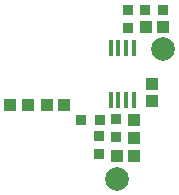
<source format=gtp>
G04*
G04 #@! TF.GenerationSoftware,Altium Limited,Altium Designer,18.1.11 (251)*
G04*
G04 Layer_Color=8421504*
%FSLAX25Y25*%
%MOIN*%
G70*
G01*
G75*
%ADD12R,0.01772X0.05709*%
%ADD13R,0.03543X0.03347*%
%ADD14R,0.04134X0.03937*%
%ADD15R,0.03347X0.03543*%
%ADD16R,0.03937X0.04134*%
%ADD17C,0.07874*%
D12*
X56004Y57972D02*
D03*
X53445D02*
D03*
X50886D02*
D03*
X48327D02*
D03*
X56004Y40650D02*
D03*
X53445D02*
D03*
X50886D02*
D03*
X48327D02*
D03*
D13*
X54134Y64468D02*
D03*
Y70571D02*
D03*
X44488Y28543D02*
D03*
Y22441D02*
D03*
X50197Y28150D02*
D03*
Y34252D02*
D03*
D14*
X14961Y39055D02*
D03*
X20866D02*
D03*
X56299Y21850D02*
D03*
X50394D02*
D03*
X65945Y64764D02*
D03*
X60039D02*
D03*
X26969Y39016D02*
D03*
X32874D02*
D03*
D15*
X44685Y34055D02*
D03*
X38583D02*
D03*
X65847Y70669D02*
D03*
X59744D02*
D03*
D16*
X62205Y46063D02*
D03*
Y40157D02*
D03*
X56102Y27953D02*
D03*
Y33858D02*
D03*
D17*
X50315Y14409D02*
D03*
X65866Y57441D02*
D03*
M02*

</source>
